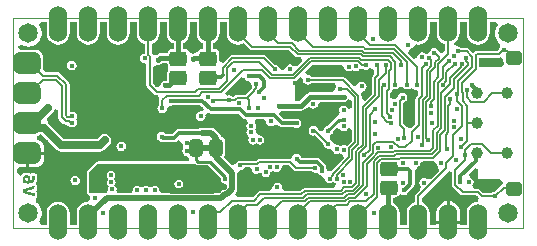
<source format=gbl>
G04*
G04 #@! TF.GenerationSoftware,Altium Limited,Altium Designer,24.2.2 (26)*
G04*
G04 Layer_Physical_Order=4*
G04 Layer_Color=16711680*
%FSLAX44Y44*%
%MOMM*%
G71*
G04*
G04 #@! TF.SameCoordinates,84A61C28-107D-4167-A594-B99BE37EB826*
G04*
G04*
G04 #@! TF.FilePolarity,Positive*
G04*
G01*
G75*
%ADD10C,0.1500*%
%ADD11C,0.2500*%
%ADD12C,0.1000*%
G04:AMPARAMS|DCode=40|XSize=1.11mm|YSize=1.47mm|CornerRadius=0.2498mm|HoleSize=0mm|Usage=FLASHONLY|Rotation=180.000|XOffset=0mm|YOffset=0mm|HoleType=Round|Shape=RoundedRectangle|*
%AMROUNDEDRECTD40*
21,1,1.1100,0.9705,0,0,180.0*
21,1,0.6105,1.4700,0,0,180.0*
1,1,0.4995,-0.3053,0.4853*
1,1,0.4995,0.3053,0.4853*
1,1,0.4995,0.3053,-0.4853*
1,1,0.4995,-0.3053,-0.4853*
%
%ADD40ROUNDEDRECTD40*%
%ADD84C,0.1270*%
%ADD86C,0.3000*%
%ADD87C,0.2000*%
%ADD88C,0.4000*%
%ADD89C,0.2100*%
%ADD90C,0.5000*%
%ADD91O,1.5240X3.0480*%
%ADD92C,0.7000*%
%ADD93C,1.6510*%
%ADD94C,0.4000*%
%ADD97C,1.0000*%
G04:AMPARAMS|DCode=98|XSize=1mm|YSize=1mm|CornerRadius=0.5mm|HoleSize=0mm|Usage=FLASHONLY|Rotation=90.000|XOffset=0mm|YOffset=0mm|HoleType=Round|Shape=RoundedRectangle|*
%AMROUNDEDRECTD98*
21,1,1.0000,0.0000,0,0,90.0*
21,1,0.0000,1.0000,0,0,90.0*
1,1,1.0000,0.0000,0.0000*
1,1,1.0000,0.0000,0.0000*
1,1,1.0000,0.0000,0.0000*
1,1,1.0000,0.0000,0.0000*
%
%ADD98ROUNDEDRECTD98*%
G04:AMPARAMS|DCode=99|XSize=1.25mm|YSize=1.47mm|CornerRadius=0.2813mm|HoleSize=0mm|Usage=FLASHONLY|Rotation=270.000|XOffset=0mm|YOffset=0mm|HoleType=Round|Shape=RoundedRectangle|*
%AMROUNDEDRECTD99*
21,1,1.2500,0.9075,0,0,270.0*
21,1,0.6875,1.4700,0,0,270.0*
1,1,0.5625,-0.4537,-0.3438*
1,1,0.5625,-0.4537,0.3438*
1,1,0.5625,0.4537,0.3438*
1,1,0.5625,0.4537,-0.3438*
%
%ADD99ROUNDEDRECTD99*%
G04:AMPARAMS|DCode=100|XSize=2.3mm|YSize=1.8mm|CornerRadius=0.45mm|HoleSize=0mm|Usage=FLASHONLY|Rotation=0.000|XOffset=0mm|YOffset=0mm|HoleType=Round|Shape=RoundedRectangle|*
%AMROUNDEDRECTD100*
21,1,2.3000,0.9000,0,0,0.0*
21,1,1.4000,1.8000,0,0,0.0*
1,1,0.9000,0.7000,-0.4500*
1,1,0.9000,-0.7000,-0.4500*
1,1,0.9000,-0.7000,0.4500*
1,1,0.9000,0.7000,0.4500*
%
%ADD100ROUNDEDRECTD100*%
G04:AMPARAMS|DCode=101|XSize=1.4mm|YSize=1.2mm|CornerRadius=0.3mm|HoleSize=0mm|Usage=FLASHONLY|Rotation=0.000|XOffset=0mm|YOffset=0mm|HoleType=Round|Shape=RoundedRectangle|*
%AMROUNDEDRECTD101*
21,1,1.4000,0.6000,0,0,0.0*
21,1,0.8000,1.2000,0,0,0.0*
1,1,0.6000,0.4000,-0.3000*
1,1,0.6000,-0.4000,-0.3000*
1,1,0.6000,-0.4000,0.3000*
1,1,0.6000,0.4000,0.3000*
%
%ADD101ROUNDEDRECTD101*%
%ADD102C,0.7000*%
G36*
X409424Y173729D02*
X409931Y171741D01*
X409241Y170710D01*
X409126Y170431D01*
X408959Y170181D01*
X408336Y168678D01*
X408278Y168383D01*
X408162Y168105D01*
X407845Y166510D01*
Y166208D01*
X407786Y165913D01*
Y164287D01*
X407845Y163992D01*
Y163690D01*
X408162Y162095D01*
X408278Y161817D01*
X408336Y161521D01*
X408959Y160019D01*
X409126Y159769D01*
X409241Y159490D01*
X410145Y158138D01*
X410358Y157925D01*
X410525Y157675D01*
X411444Y156756D01*
X411758Y155941D01*
X412108Y153495D01*
X411341Y152347D01*
X411147Y151374D01*
X409643Y149869D01*
X392278D01*
X391205Y149656D01*
X390295Y149048D01*
X389570Y148323D01*
X385957Y151936D01*
X385047Y152544D01*
X383974Y152757D01*
X378973D01*
X378920Y152837D01*
X377597Y153721D01*
X376036Y154032D01*
X373883Y155339D01*
X373323Y155969D01*
X373161Y156286D01*
X373229Y156872D01*
X375011Y158239D01*
X376553Y160249D01*
X377522Y162589D01*
X377853Y165100D01*
Y174741D01*
X383847D01*
Y165100D01*
X384178Y162589D01*
X385147Y160249D01*
X386689Y158239D01*
X388699Y156697D01*
X391039Y155728D01*
X393550Y155397D01*
X396061Y155728D01*
X398401Y156697D01*
X400411Y158239D01*
X401953Y160249D01*
X402922Y162589D01*
X403253Y165100D01*
Y174741D01*
X408498D01*
X409424Y173729D01*
D02*
G37*
G36*
X358447Y165100D02*
X358778Y162589D01*
X359747Y160249D01*
X361289Y158239D01*
X363298Y156697D01*
X365346Y155849D01*
Y150566D01*
X362848Y148386D01*
X360054Y149315D01*
X359938Y149897D01*
X359054Y151220D01*
X357731Y152104D01*
X356170Y152414D01*
X354609Y152104D01*
X353286Y151220D01*
X352402Y149897D01*
X352092Y148336D01*
X352127Y148157D01*
X350576Y147849D01*
X349444Y147092D01*
X349096Y147611D01*
X347773Y148496D01*
X346213Y148806D01*
X344652Y148496D01*
X343329Y147611D01*
X342445Y146288D01*
X342134Y144728D01*
X342172Y144536D01*
X339408Y143058D01*
X334267Y148198D01*
X334291Y148567D01*
X335449Y151259D01*
X336017Y151372D01*
X337340Y152256D01*
X338224Y153579D01*
X339872Y155337D01*
X341446Y155569D01*
X342750Y155397D01*
X345261Y155728D01*
X347602Y156697D01*
X349611Y158239D01*
X351153Y160249D01*
X352122Y162589D01*
X352453Y165100D01*
Y174741D01*
X358447D01*
Y165100D01*
D02*
G37*
G36*
X104447D02*
X104778Y162589D01*
X105747Y160249D01*
X107289Y158239D01*
X109298Y156697D01*
X111346Y155849D01*
Y147892D01*
X111142Y147724D01*
X109581Y147414D01*
X108258Y146530D01*
X107374Y145207D01*
X107063Y143646D01*
X107374Y142085D01*
X108258Y140762D01*
X109581Y139878D01*
X111142Y139568D01*
X112588Y138381D01*
Y121352D01*
X112801Y120279D01*
X113409Y119370D01*
X119229Y113550D01*
X120139Y112942D01*
X121212Y112729D01*
X122539D01*
X123580Y109728D01*
X123410Y109473D01*
X123196Y108400D01*
Y104337D01*
X123116Y104284D01*
X122232Y102961D01*
X121922Y101400D01*
X122232Y99839D01*
X123116Y98516D01*
X124439Y97632D01*
X126000Y97322D01*
X127561Y97632D01*
X128884Y98516D01*
X129768Y99839D01*
X130078Y101400D01*
X130029Y101649D01*
X130590Y102485D01*
X132407Y104000D01*
X133260Y103830D01*
X134820Y104141D01*
X135119Y104340D01*
X158156D01*
X161220Y101276D01*
X159469Y98785D01*
X158608Y98956D01*
X157047Y98645D01*
X155724Y97761D01*
X154840Y96438D01*
X154529Y94878D01*
X154840Y93317D01*
X155724Y91994D01*
X157047Y91110D01*
X158608Y90799D01*
X160168Y91110D01*
X161492Y91994D01*
X162376Y93317D01*
X162686Y94878D01*
X162498Y95822D01*
X163340Y96730D01*
X164091Y97273D01*
X164952Y97692D01*
X165664Y97216D01*
X167030Y96945D01*
X190664D01*
X194232Y93377D01*
X195389Y92603D01*
X196755Y92331D01*
X197303D01*
X198135Y90515D01*
X198410Y89331D01*
X197685Y88246D01*
X197374Y86685D01*
X197685Y85125D01*
X198465Y83957D01*
X198346Y83877D01*
X197462Y82554D01*
X197151Y80993D01*
X197462Y79432D01*
X198346Y78109D01*
X199669Y77225D01*
X199721Y77099D01*
X199160Y76260D01*
X198850Y74699D01*
X199160Y73138D01*
X200044Y71815D01*
X201367Y70931D01*
X202928Y70621D01*
X204489Y70931D01*
X205656Y71711D01*
X206895Y70883D01*
X208456Y70573D01*
X210016Y70883D01*
X211340Y71767D01*
X212224Y73090D01*
X212534Y74651D01*
X212224Y76212D01*
X211340Y77535D01*
X210016Y78419D01*
X208456Y78729D01*
X207771Y78593D01*
X205726Y80251D01*
X205295Y80927D01*
X205308Y80993D01*
X204998Y82554D01*
X204217Y83722D01*
X204337Y83802D01*
X205221Y85125D01*
X205531Y86685D01*
X205221Y88246D01*
X204496Y89331D01*
X204770Y90515D01*
X205602Y92331D01*
X211254D01*
X213933Y90424D01*
X214244Y88864D01*
X215128Y87541D01*
X216451Y86656D01*
X218011Y86346D01*
X219572Y86656D01*
X220895Y87541D01*
X224303Y87344D01*
X225313Y86334D01*
X226471Y85560D01*
X227837Y85288D01*
X237938D01*
X238236Y85089D01*
X239797Y84779D01*
X241357Y85089D01*
X242680Y85973D01*
X243564Y87296D01*
X243875Y88857D01*
X243564Y90418D01*
X242680Y91741D01*
X241357Y92625D01*
X239797Y92935D01*
X238236Y92625D01*
X237938Y92426D01*
X229315D01*
X225256Y96485D01*
X226498Y99485D01*
X243793D01*
X243793Y99485D01*
X245354Y99796D01*
X246677Y100680D01*
X247784Y101787D01*
X251066Y102275D01*
X252389Y101391D01*
X253950Y101080D01*
X255511Y101391D01*
X256834Y102275D01*
X257718Y103598D01*
X258028Y105159D01*
X260765Y106780D01*
X279357D01*
X279357Y106780D01*
X280918Y107090D01*
X282241Y107974D01*
X282783Y108516D01*
X282783Y108516D01*
X283182Y109114D01*
X283613Y109229D01*
X286613Y107365D01*
Y101434D01*
X283613Y101138D01*
X283580Y101305D01*
X282696Y102628D01*
X281373Y103512D01*
X279812Y103822D01*
X278252Y103512D01*
X276929Y102628D01*
X276045Y101305D01*
X275734Y99744D01*
X276045Y98183D01*
X276216Y97927D01*
X275959Y96647D01*
X275051Y94882D01*
X274972Y94799D01*
X274345Y94674D01*
X273270Y93956D01*
X265652Y86339D01*
X265089Y86227D01*
X263766Y85343D01*
X262882Y84019D01*
X262742Y83314D01*
X260358Y82208D01*
X259681Y82132D01*
X257566Y84246D01*
X256834Y85343D01*
X255511Y86227D01*
X253950Y86537D01*
X252389Y86227D01*
X251066Y85343D01*
X250182Y84019D01*
X249872Y82459D01*
X250182Y80898D01*
X251066Y79575D01*
X252389Y78691D01*
X253950Y78380D01*
X255244Y78638D01*
X262533Y71349D01*
X262514Y71255D01*
X262825Y69694D01*
X263709Y68371D01*
X265032Y67487D01*
X266593Y67176D01*
X266999Y67257D01*
X268596Y67010D01*
X270222Y65261D01*
X270225Y65245D01*
X271109Y63922D01*
X272432Y63038D01*
X273993Y62728D01*
X275554Y63038D01*
X275959Y63309D01*
X278849Y61975D01*
X279817Y59293D01*
X268742Y48218D01*
X268309Y48217D01*
X265422Y48525D01*
X265112Y50086D01*
X264721Y50671D01*
Y51971D01*
X264449Y53336D01*
X263676Y54494D01*
X259717Y58453D01*
X258559Y59226D01*
X257194Y59498D01*
X244239D01*
X243943Y59794D01*
X243806Y60484D01*
X242922Y61807D01*
X241599Y62691D01*
X240038Y63001D01*
X238477Y62691D01*
X237154Y61807D01*
X236270Y60484D01*
X234335Y58821D01*
X233098Y58743D01*
X208139D01*
X207066Y58529D01*
X206157Y57921D01*
X205400Y57165D01*
X194133D01*
X193060Y56951D01*
X193056Y56949D01*
X192146Y57130D01*
X190586Y56819D01*
X189263Y55935D01*
X188379Y54612D01*
X188335Y54396D01*
X185194Y53295D01*
X178151Y60338D01*
X178989Y61593D01*
X179338Y63348D01*
Y73053D01*
X178989Y74807D01*
X177995Y76295D01*
X176507Y77289D01*
X176054Y77379D01*
X175939Y77957D01*
X174944Y79445D01*
X170551Y83839D01*
X169062Y84833D01*
X167307Y85182D01*
X159371D01*
X157615Y84833D01*
X156612Y84163D01*
X140516D01*
X139150Y83891D01*
X137993Y83118D01*
X134694Y79819D01*
X128594D01*
X128384Y80134D01*
X127061Y81018D01*
X125500Y81328D01*
X123939Y81018D01*
X122616Y80134D01*
X121732Y78811D01*
X121422Y77250D01*
X121732Y75689D01*
X122616Y74366D01*
X123939Y73482D01*
X124899Y73291D01*
X125405Y72953D01*
X126771Y72681D01*
X136172D01*
X137537Y72953D01*
X138695Y73727D01*
X139827Y74858D01*
X140635Y74713D01*
X143022Y72200D01*
X143332Y70639D01*
X144003Y68700D01*
X143332Y66761D01*
X143022Y65200D01*
X143332Y63639D01*
X144216Y62316D01*
X145539Y61432D01*
X147100Y61122D01*
X147164Y61134D01*
X148999Y59391D01*
X148735Y57513D01*
X148415Y56439D01*
X71426D01*
X71426Y56439D01*
X70646Y56283D01*
X69984Y55841D01*
X62900Y48757D01*
X62458Y48095D01*
X62302Y47315D01*
Y30145D01*
X62458Y29365D01*
X62900Y28703D01*
X63561Y28261D01*
X64429Y27685D01*
X64857Y25635D01*
X64936Y25240D01*
X64289Y23963D01*
X63282Y22697D01*
X62743Y22303D01*
X60989Y22072D01*
X58649Y21103D01*
X56639Y19561D01*
X55097Y17551D01*
X54128Y15211D01*
X53797Y12700D01*
Y3059D01*
X47803D01*
Y12700D01*
X47472Y15211D01*
X46503Y17551D01*
X44961Y19561D01*
X42951Y21103D01*
X40611Y22072D01*
X38100Y22403D01*
X35589Y22072D01*
X33249Y21103D01*
X31239Y19561D01*
X29697Y17551D01*
X28728Y15211D01*
X28397Y12700D01*
Y3059D01*
X23301D01*
X22376Y4071D01*
X21869Y6059D01*
X22559Y7090D01*
X22674Y7369D01*
X22841Y7619D01*
X23464Y9122D01*
X23523Y9417D01*
X23638Y9695D01*
X23955Y11290D01*
Y11592D01*
X24014Y11887D01*
Y13513D01*
X23955Y13808D01*
Y14110D01*
X23638Y15705D01*
X23523Y15983D01*
X23464Y16278D01*
X22841Y17781D01*
X22674Y18031D01*
X22559Y18310D01*
X21655Y19662D01*
X21442Y19875D01*
X21275Y20125D01*
X20125Y21275D01*
X19875Y21442D01*
X19662Y21655D01*
X19118Y22019D01*
X18873Y23538D01*
X18982Y24543D01*
X19274Y25406D01*
X19301Y25424D01*
X19345Y25468D01*
X19348Y25472D01*
X19352Y25475D01*
X19352D01*
X19459Y25637D01*
X19554Y25731D01*
X19554D01*
X19607Y25860D01*
X19787Y26130D01*
X19787Y26130D01*
X19788Y26135D01*
X19791Y26138D01*
X19791Y26138D01*
X19851Y26447D01*
X19859Y26466D01*
X19859Y26466D01*
X19859Y26489D01*
X19865Y26522D01*
X19865Y26522D01*
X19878Y26583D01*
X19943Y26910D01*
X19943Y26910D01*
X19942Y26915D01*
X19943Y26919D01*
X19943Y26919D01*
X19942Y27167D01*
X19932Y29444D01*
X19867Y29760D01*
X19827Y30080D01*
X19805Y30146D01*
X19780Y30190D01*
X19773Y30224D01*
X19483Y31237D01*
X19625Y32299D01*
X19670Y32427D01*
X19747Y32539D01*
X19801Y32799D01*
X19801Y32799D01*
X19889Y33049D01*
X19882Y33185D01*
X19909Y33318D01*
X19931Y35553D01*
X19949Y35618D01*
X19949Y35618D01*
X19921Y35840D01*
X19931Y36063D01*
X19899Y36154D01*
X19871Y36233D01*
X19849Y36408D01*
X19816Y36507D01*
X19708Y36696D01*
X19636Y36901D01*
X19457Y37137D01*
X19422Y37198D01*
X19408Y38748D01*
X19754Y40186D01*
X19819Y40509D01*
X19844Y40544D01*
X19917Y40847D01*
X20015Y41143D01*
X20009Y41232D01*
X20029Y41318D01*
X20039Y41566D01*
X20048Y41613D01*
X20130Y41979D01*
X20152Y42972D01*
X20148Y42994D01*
X20152Y43017D01*
Y43039D01*
X20148Y43060D01*
X20152Y43082D01*
X20141Y43600D01*
X20075Y43899D01*
X20049Y44101D01*
X20041Y44361D01*
X20032Y44400D01*
X20037Y44440D01*
X20037Y44440D01*
X19942Y44787D01*
X19861Y45136D01*
X19837Y45169D01*
X19827Y45208D01*
X19618Y45477D01*
X19596Y45525D01*
X19541Y45602D01*
X19499Y45642D01*
X19397Y45783D01*
X19365Y45803D01*
X19340Y45842D01*
X19139Y45980D01*
X18961Y46147D01*
X18814Y46203D01*
X18684Y46292D01*
X18445Y46342D01*
X18217Y46428D01*
X18217Y46428D01*
X18059Y46424D01*
X17905Y46456D01*
X16009Y46478D01*
X15826Y46444D01*
X15824Y46444D01*
X15809Y46441D01*
X15676Y46416D01*
X15340Y46374D01*
X15241Y46340D01*
X15151Y46289D01*
X15049Y46265D01*
X14807Y46093D01*
X14550Y45946D01*
X14407Y46028D01*
X14386Y46048D01*
X14346Y46063D01*
X14198Y46147D01*
X14141Y46169D01*
X14115Y46182D01*
X14087Y46202D01*
X14076Y46204D01*
X13978Y46257D01*
X13831Y46313D01*
X13819Y46319D01*
X13449Y46486D01*
X13356Y46539D01*
X13322Y46543D01*
X13094Y46646D01*
X13094Y46646D01*
X13094Y46646D01*
X12942Y46651D01*
X12821Y46675D01*
X12801Y46680D01*
X12709Y46742D01*
X12699Y46744D01*
X12691Y46749D01*
X12308Y46821D01*
X11928Y46897D01*
X11919Y46895D01*
X11910Y46897D01*
X10708Y46886D01*
X10397Y46821D01*
X10082Y46781D01*
X10043Y46759D01*
X9830Y46706D01*
X9553Y46671D01*
X9495Y46638D01*
X9223Y46612D01*
X9132Y46563D01*
X9031Y46543D01*
X8784Y46378D01*
X8541Y46293D01*
X8523Y46277D01*
X8501Y46268D01*
X8467Y46237D01*
X8425Y46213D01*
X8281Y46158D01*
X8256Y46135D01*
X8225Y46122D01*
X8193Y46090D01*
X8005Y46012D01*
X7914Y45922D01*
X7803Y45858D01*
X7741Y45778D01*
X7727Y45768D01*
X7693Y45748D01*
X7679Y45730D01*
X7656Y45713D01*
X7495Y45637D01*
X7399Y45530D01*
X7375Y45519D01*
X7303Y45438D01*
X7301Y45437D01*
X7256Y45407D01*
X7235Y45385D01*
X7169Y45334D01*
X7143Y45290D01*
X7059Y45224D01*
X6967Y45064D01*
X6844Y44927D01*
X6808Y44825D01*
X6792Y44795D01*
X6549Y44537D01*
X6541Y44515D01*
X6525Y44497D01*
X6443Y44264D01*
X6418Y44205D01*
X6387Y44174D01*
X6309Y43987D01*
X6197Y43819D01*
X6059Y43815D01*
X3059Y46453D01*
Y50295D01*
X4888Y51899D01*
X10618D01*
Y63500D01*
X11888D01*
Y64770D01*
X25989D01*
Y68000D01*
X25747Y69838D01*
X25038Y71550D01*
X23909Y73021D01*
X22439Y74149D01*
X20726Y74859D01*
X19962Y74959D01*
X19962Y77985D01*
X20585Y78067D01*
X22166Y78722D01*
X22936Y79313D01*
X23419D01*
X36569Y66163D01*
X38389Y64947D01*
X40535Y64520D01*
X73161D01*
X75307Y64947D01*
X77127Y66163D01*
X81227Y70263D01*
X82443Y72083D01*
X82870Y74229D01*
Y74379D01*
X82443Y76525D01*
X81227Y78345D01*
X79408Y79560D01*
X77262Y79987D01*
X75116Y79560D01*
X73297Y78345D01*
X72993Y77890D01*
X70839Y75736D01*
X42857D01*
X29707Y88886D01*
X29294Y89162D01*
X28684Y92651D01*
X28749Y92860D01*
X33349Y97460D01*
X34565Y99279D01*
X34836Y100643D01*
X37836Y100347D01*
Y94039D01*
X38073Y92849D01*
X38747Y91840D01*
X42086Y88501D01*
X43095Y87826D01*
X44285Y87590D01*
X45528D01*
X45553Y87565D01*
X46562Y86890D01*
X46796Y86844D01*
X47015Y86516D01*
X48338Y85632D01*
X49899Y85322D01*
X51460Y85632D01*
X52783Y86516D01*
X53667Y87839D01*
X53977Y89400D01*
X53667Y90961D01*
X52872Y92150D01*
X53667Y93339D01*
X53977Y94900D01*
X53667Y96461D01*
X52783Y97784D01*
X51460Y98668D01*
X49899Y98978D01*
X47655Y101545D01*
Y121840D01*
X47419Y123030D01*
X46744Y124039D01*
X39423Y131361D01*
X38414Y132035D01*
X37224Y132272D01*
X27958D01*
X27561Y132450D01*
X25419Y135010D01*
X25444Y135200D01*
Y144200D01*
X25221Y145897D01*
X24566Y147478D01*
X23524Y148836D01*
X22166Y149878D01*
X20585Y150533D01*
X18888Y150756D01*
X5607D01*
X3907Y153349D01*
X4122Y153841D01*
X6057Y154754D01*
X7619Y154959D01*
X9122Y154336D01*
X9417Y154277D01*
X9695Y154162D01*
X11290Y153845D01*
X11592D01*
X11887Y153786D01*
X13513D01*
X13808Y153845D01*
X14110D01*
X15705Y154162D01*
X15983Y154277D01*
X16278Y154336D01*
X17781Y154959D01*
X18031Y155126D01*
X18310Y155241D01*
X19662Y156145D01*
X19875Y156358D01*
X20125Y156525D01*
X21275Y157675D01*
X21442Y157925D01*
X21655Y158138D01*
X22559Y159490D01*
X22674Y159769D01*
X22841Y160019D01*
X23464Y161521D01*
X23523Y161817D01*
X23638Y162095D01*
X23955Y163690D01*
Y163992D01*
X24014Y164287D01*
Y165913D01*
X23955Y166208D01*
Y166510D01*
X23638Y168105D01*
X23523Y168383D01*
X23464Y168678D01*
X22841Y170181D01*
X22674Y170431D01*
X22559Y170710D01*
X21869Y171741D01*
X22376Y173729D01*
X23301Y174741D01*
X28397D01*
Y165100D01*
X28728Y162589D01*
X29697Y160249D01*
X31239Y158239D01*
X33249Y156697D01*
X35589Y155728D01*
X38100Y155397D01*
X40611Y155728D01*
X42951Y156697D01*
X44961Y158239D01*
X46503Y160249D01*
X47472Y162589D01*
X47803Y165100D01*
Y174741D01*
X53797D01*
Y165100D01*
X54128Y162589D01*
X55097Y160249D01*
X56639Y158239D01*
X58649Y156697D01*
X60989Y155728D01*
X63500Y155397D01*
X66011Y155728D01*
X68351Y156697D01*
X70361Y158239D01*
X71903Y160249D01*
X72872Y162589D01*
X73203Y165100D01*
Y174741D01*
X79047D01*
Y165100D01*
X79378Y162589D01*
X80347Y160249D01*
X81889Y158239D01*
X83898Y156697D01*
X86239Y155728D01*
X88750Y155397D01*
X91261Y155728D01*
X93602Y156697D01*
X95611Y158239D01*
X97153Y160249D01*
X98122Y162589D01*
X98453Y165100D01*
Y174741D01*
X104447D01*
Y165100D01*
D02*
G37*
G36*
X155247D02*
X155578Y162589D01*
X156547Y160249D01*
X158089Y158239D01*
X160098Y156697D01*
X160897Y156366D01*
Y151893D01*
X160463D01*
X158586Y151520D01*
X156994Y150456D01*
X155930Y148864D01*
X153330Y148077D01*
X152086Y147830D01*
X151740Y147778D01*
X148873Y148845D01*
X148641Y149135D01*
X147758Y150456D01*
X146166Y151520D01*
X144288Y151893D01*
X143729D01*
Y156418D01*
X144402Y156697D01*
X146411Y158239D01*
X147953Y160249D01*
X148922Y162589D01*
X149253Y165100D01*
Y174741D01*
X155247D01*
Y165100D01*
D02*
G37*
G36*
X129847D02*
X130178Y162589D01*
X131147Y160249D01*
X132689Y158239D01*
X134698Y156697D01*
X135572Y156335D01*
Y151893D01*
X135213D01*
X133336Y151520D01*
X131744Y150456D01*
X130680Y148864D01*
X130524Y148078D01*
X124097D01*
X122537Y147768D01*
X121214Y146884D01*
X121214Y146884D01*
X121002Y146673D01*
X120230Y146623D01*
X117415Y147328D01*
X117374Y147389D01*
X116954Y147809D01*
Y155849D01*
X119002Y156697D01*
X121011Y158239D01*
X122553Y160249D01*
X123522Y162589D01*
X123853Y165100D01*
Y174741D01*
X129847D01*
Y165100D01*
D02*
G37*
G36*
X130680Y138234D02*
X130751Y138128D01*
Y132870D01*
X130680Y132764D01*
X130307Y130887D01*
Y125294D01*
X129976Y124964D01*
X128560D01*
X126999Y124653D01*
X125676Y123769D01*
X124791Y122446D01*
X124481Y120885D01*
X124156Y120492D01*
X120652Y120057D01*
X118195Y122514D01*
Y136111D01*
X119448Y137243D01*
X119671Y137396D01*
X121195Y138046D01*
X122051Y137875D01*
X123612Y138186D01*
X124935Y139070D01*
X125787Y139922D01*
X130344D01*
X130680Y138234D01*
D02*
G37*
G36*
X180647Y165100D02*
X180978Y162589D01*
X181947Y160249D01*
X183489Y158239D01*
X185499Y156697D01*
X187839Y155728D01*
X190350Y155397D01*
X192861Y155728D01*
X194909Y156576D01*
X200033Y151452D01*
X200942Y150844D01*
X202015Y150631D01*
X233453D01*
X238747Y145337D01*
X239656Y144729D01*
X240729Y144516D01*
X243442D01*
X244590Y141744D01*
X240533Y137688D01*
X237139Y137422D01*
X235816Y138306D01*
X234255Y138617D01*
X232694Y138306D01*
X231371Y137422D01*
X230487Y136099D01*
X230258Y134947D01*
X227826Y133707D01*
X225567Y134805D01*
X225336Y135964D01*
X224452Y137287D01*
X223129Y138171D01*
X221568Y138481D01*
X221474Y138462D01*
X214301Y145635D01*
X213391Y146243D01*
X212318Y146457D01*
X185036D01*
X183963Y146243D01*
X183053Y145635D01*
X177385Y139967D01*
X174445Y141270D01*
Y146987D01*
X174072Y148864D01*
X173008Y150456D01*
X171416Y151520D01*
X169538Y151893D01*
X169054D01*
Y156387D01*
X169802Y156697D01*
X171811Y158239D01*
X173353Y160249D01*
X174322Y162589D01*
X174653Y165100D01*
Y174741D01*
X180647D01*
Y165100D01*
D02*
G37*
G36*
X414380Y143520D02*
X414929Y142982D01*
Y141435D01*
X415317Y139485D01*
X415421Y139328D01*
X413817Y136328D01*
X394203D01*
Y144262D01*
X410805D01*
X411878Y144475D01*
X411929Y144509D01*
X414380Y143520D01*
D02*
G37*
G36*
X330185Y119280D02*
X330635Y118607D01*
X331958Y117723D01*
X333519Y117412D01*
X335079Y117723D01*
X335530Y118024D01*
X336568Y118566D01*
X338885Y117992D01*
X340208Y117107D01*
X341769Y116797D01*
X342749Y115992D01*
X342857Y112781D01*
X341217Y111140D01*
X340634Y110269D01*
X340430Y109240D01*
Y93146D01*
X340406Y93026D01*
Y88253D01*
X336761Y84607D01*
X335504Y84739D01*
X333320Y85409D01*
X333029Y85845D01*
X329994Y88879D01*
Y106362D01*
X331079Y106578D01*
X332402Y107462D01*
X333287Y108785D01*
X333597Y110346D01*
X333287Y111906D01*
X332402Y113229D01*
X331079Y114114D01*
X329519Y114424D01*
X327958Y114114D01*
X326635Y113229D01*
X325751Y111906D01*
X325686Y111581D01*
X324993Y110170D01*
X322762Y109298D01*
X321949Y109136D01*
X319801Y110306D01*
X318949Y111045D01*
Y114634D01*
X320241Y115926D01*
X320849Y116835D01*
X321958Y117723D01*
X323519Y117412D01*
X325079Y117723D01*
X326403Y118607D01*
X326852Y119280D01*
X327891Y119513D01*
X329146D01*
X330185Y119280D01*
D02*
G37*
G36*
X195644Y126885D02*
X195686Y126825D01*
X196530Y125562D01*
X197853Y124678D01*
X199022Y124445D01*
X199466Y124306D01*
X201372Y122050D01*
X201682Y120489D01*
X202264Y119618D01*
X201625Y118980D01*
X201017Y118070D01*
X200864Y117297D01*
X196467Y112900D01*
X189306D01*
X188233Y112687D01*
X185671Y111298D01*
X184348Y112182D01*
X182787Y112492D01*
X181227Y112182D01*
X180673Y111812D01*
X178761Y114142D01*
X185962Y121343D01*
X192407Y127789D01*
X195644Y126885D01*
D02*
G37*
G36*
X279792Y136780D02*
X280103Y135219D01*
X280987Y133896D01*
X282310Y133012D01*
X283871Y132701D01*
X285431Y133012D01*
X286755Y133896D01*
X288302Y133170D01*
X289862Y132859D01*
X291423Y133170D01*
X292746Y134054D01*
X292924Y134320D01*
X295056Y134989D01*
X296451Y134610D01*
X296942Y134282D01*
X298503Y133972D01*
X300064Y134282D01*
X301387Y135166D01*
X304355Y134715D01*
X305557Y133572D01*
X305582Y130436D01*
X304316Y129170D01*
X303734Y128298D01*
X303529Y127270D01*
Y113867D01*
X297528Y107866D01*
X294757Y109015D01*
Y112185D01*
X294592Y113014D01*
X294648Y113414D01*
X295809Y115848D01*
X296117Y116144D01*
X296561Y116232D01*
X297884Y117116D01*
X298768Y118439D01*
X299078Y120000D01*
X298768Y121561D01*
X297884Y122884D01*
X296561Y123768D01*
X295000Y124078D01*
X293439Y123768D01*
X292116Y122884D01*
X291232Y121561D01*
X291150Y121147D01*
X288151Y119966D01*
X288089Y119966D01*
X280655Y127400D01*
X279783Y127982D01*
X278755Y128187D01*
X252316D01*
X252184Y128384D01*
X250861Y129268D01*
X249300Y129578D01*
X248725Y129464D01*
X247247Y132229D01*
X253402Y138384D01*
X277053D01*
X279792Y136780D01*
D02*
G37*
G36*
X245336Y126075D02*
X245222Y125500D01*
X245532Y123939D01*
X246416Y122616D01*
X247739Y121732D01*
X249300Y121422D01*
X250861Y121732D01*
X252184Y122616D01*
X252316Y122813D01*
X271894D01*
X272117Y122561D01*
X273223Y119813D01*
X272910Y119345D01*
X272600Y117784D01*
X270436Y114937D01*
X251088D01*
X249527Y114626D01*
X248204Y113742D01*
X242104Y107642D01*
X238037D01*
Y124120D01*
X239034Y124318D01*
X239944Y124926D01*
X242571Y127553D01*
X245336Y126075D01*
D02*
G37*
G36*
X286613Y83419D02*
Y74075D01*
X282410Y69872D01*
X282203Y69562D01*
X281548Y69999D01*
X279987Y70310D01*
X278427Y69999D01*
X277212Y69188D01*
X276877Y69690D01*
X275554Y70574D01*
X273993Y70884D01*
X273587Y70803D01*
X271989Y71051D01*
X270364Y72800D01*
X270361Y72815D01*
X269477Y74138D01*
X268153Y75023D01*
X268005Y75625D01*
X268211Y78691D01*
X269534Y79575D01*
X270418Y80898D01*
X270625Y81939D01*
X273180Y84494D01*
X273894Y84564D01*
X276795Y83867D01*
X277065Y83462D01*
X278388Y82578D01*
X279949Y82268D01*
X281510Y82578D01*
X282833Y83462D01*
X283613Y84630D01*
X283836Y84668D01*
X286613Y83419D01*
D02*
G37*
G36*
X166300Y65660D02*
X160100D01*
Y70740D01*
X166300D01*
Y65660D01*
D02*
G37*
G36*
X237417Y48801D02*
X238326Y48193D01*
X239399Y47979D01*
X252330D01*
X253577Y47146D01*
X255138Y46836D01*
X257576Y46965D01*
X258460Y45641D01*
X259783Y44757D01*
X261285Y44459D01*
X261331Y44441D01*
X263251Y42350D01*
X263644Y41918D01*
X263640Y41899D01*
X263950Y40338D01*
X264834Y39015D01*
X266158Y38131D01*
X267718Y37820D01*
X269279Y38131D01*
X270692Y38957D01*
X272040Y38087D01*
X272927Y37911D01*
X273384Y37257D01*
X271820Y34261D01*
X271812Y34257D01*
X246770D01*
X245742Y34052D01*
X244870Y33470D01*
X242670Y31270D01*
X229634D01*
X229169Y31576D01*
X227405Y34270D01*
X227446Y34476D01*
X227135Y36036D01*
X226251Y37359D01*
X224928Y38244D01*
X223367Y38554D01*
X221807Y38244D01*
X220483Y37359D01*
X219599Y36036D01*
X219289Y34476D01*
X219330Y34270D01*
X217566Y31576D01*
X217101Y31270D01*
X209085D01*
X208057Y31065D01*
X207185Y30483D01*
X202694Y25991D01*
X188943D01*
X187700Y28991D01*
X188349Y29641D01*
X189344Y31129D01*
X189693Y32885D01*
Y46546D01*
X190564Y47632D01*
X192085Y48920D01*
X192331Y49010D01*
X193707Y49283D01*
X195030Y50167D01*
X195914Y51491D01*
X195928Y51557D01*
X200618D01*
X201896Y50000D01*
X202206Y48439D01*
X203090Y47116D01*
X204413Y46232D01*
X205974Y45922D01*
X207535Y46232D01*
X209790Y45853D01*
X210504Y44883D01*
X210749Y44517D01*
X212072Y43633D01*
X213633Y43322D01*
X215194Y43633D01*
X216517Y44517D01*
X217401Y45840D01*
X217685Y47267D01*
X218704Y47883D01*
X218748Y47891D01*
X219026Y48078D01*
X220128Y48743D01*
X221588Y47921D01*
X223149Y47610D01*
X224710Y47921D01*
X226033Y48805D01*
X226917Y50128D01*
X227227Y51689D01*
X228414Y53135D01*
X233082D01*
X237417Y48801D01*
D02*
G37*
G36*
X11961Y44825D02*
X11983Y44781D01*
X12017Y44748D01*
X12369Y44726D01*
X12402Y44693D01*
X12413Y44660D01*
X12502Y44637D01*
X12634Y44660D01*
X12711Y44604D01*
X12733Y44560D01*
X12898Y44527D01*
X12954Y44450D01*
X13119Y44417D01*
X13174Y44340D01*
X13306Y44318D01*
X13880Y43744D01*
X13891Y43601D01*
X13968Y43568D01*
X14012Y43392D01*
X14078Y43348D01*
X14100Y43193D01*
X14133Y43160D01*
X14177Y43138D01*
X14199Y43050D01*
X14188Y42907D01*
X14221Y42852D01*
X14266Y42829D01*
X14298Y42796D01*
X14321Y42333D01*
X14398Y42278D01*
X14409Y41297D01*
X14376Y41264D01*
X14332Y41242D01*
X14298Y41209D01*
X14276Y40856D01*
X14188Y40790D01*
X14199Y40602D01*
X14166Y40525D01*
X14078Y40459D01*
X14100Y40327D01*
X14276Y40305D01*
X14332Y40294D01*
X14409Y40349D01*
X14431Y40393D01*
X14530Y40426D01*
X14618Y40404D01*
X14684Y40426D01*
X14740Y40481D01*
X14750Y40514D01*
X14905Y40536D01*
X14938Y40569D01*
X14960Y40613D01*
X15125Y40647D01*
X15180Y40724D01*
X15247Y40768D01*
X15269Y40812D01*
X15302Y40845D01*
X15456Y40867D01*
X15511Y40944D01*
X15577Y40988D01*
X15599Y41143D01*
X15666Y41187D01*
X15688Y41231D01*
X15721Y41264D01*
X15765Y41286D01*
X15798Y41451D01*
X15875Y41507D01*
X15908Y41672D01*
X15985Y41727D01*
X16007Y42080D01*
X16106Y42157D01*
X16085Y43568D01*
X16007Y43623D01*
X15985Y43976D01*
X15941Y44020D01*
X15897Y44042D01*
X15886Y44406D01*
X15985Y44439D01*
X17881Y44417D01*
X17937Y44340D01*
X17970Y44307D01*
X18003Y44296D01*
X18025Y43612D01*
X18058Y43579D01*
X18102Y43557D01*
X18113Y43039D01*
Y43017D01*
X18091Y42025D01*
X18058Y41992D01*
X18014Y41969D01*
X17992Y41396D01*
X17892Y41319D01*
X17870Y40966D01*
X17837Y40933D01*
X17804Y40922D01*
X17760Y40746D01*
X17694Y40702D01*
X17672Y40613D01*
X17694Y40525D01*
X17672Y40437D01*
X17595Y40382D01*
X17562Y40217D01*
X17485Y40161D01*
X17363Y40040D01*
X17352Y39897D01*
X17275Y39864D01*
X17231Y39688D01*
X17198Y39654D01*
X17165Y39643D01*
X17143Y39599D01*
X17110Y39566D01*
X17066Y39544D01*
X16999Y39456D01*
X16955Y39434D01*
X16900Y39357D01*
X16856Y39335D01*
X16834Y39291D01*
X16779Y39235D01*
X16746Y39225D01*
X16724Y39180D01*
X16669Y39125D01*
X16636Y39114D01*
X16614Y39070D01*
X16581Y39037D01*
X16537Y39015D01*
X16470Y38927D01*
X16426Y38905D01*
X16360Y38817D01*
X16217Y38806D01*
X16195Y38761D01*
X16051Y38618D01*
X15919Y38596D01*
X15776Y38453D01*
X15754Y38409D01*
X15588Y38376D01*
X15555Y38342D01*
X15533Y38298D01*
X15412Y38287D01*
X15346Y38310D01*
X15247Y38254D01*
X15225Y38210D01*
X15092Y38188D01*
X15048Y38166D01*
X15026Y38122D01*
X14993Y38089D01*
X14640Y38067D01*
X14607Y38034D01*
X14585Y37990D01*
X14232Y37968D01*
X14188Y37924D01*
X14177Y37891D01*
X14089Y37868D01*
X13472Y37846D01*
X13439Y37813D01*
X13428Y37780D01*
X13339Y37758D01*
X11575Y37780D01*
X11542Y37813D01*
X11520Y37857D01*
X10727Y37880D01*
X10649Y37979D01*
X10297Y38001D01*
X10242Y38078D01*
X9977Y38100D01*
X9955Y38144D01*
X9900Y38199D01*
X9712Y38188D01*
X9646Y38232D01*
X9624Y38276D01*
X9459Y38310D01*
X9426Y38342D01*
X9404Y38387D01*
X9238Y38420D01*
X9172Y38508D01*
X9029Y38519D01*
X9007Y38563D01*
X8312Y39258D01*
X8279Y39269D01*
X8235Y39445D01*
X8169Y39489D01*
X8147Y39643D01*
X8114Y39676D01*
X8070Y39699D01*
X8037Y39864D01*
X7959Y39919D01*
X7937Y40161D01*
X7893Y40206D01*
X7860Y40217D01*
X7838Y40305D01*
X7816Y40812D01*
X7783Y40845D01*
X7750Y40856D01*
X7728Y40944D01*
X7750Y41650D01*
X7783Y41683D01*
X7827Y41705D01*
X7860Y42400D01*
X7893Y42433D01*
X7937Y42455D01*
X7959Y42807D01*
X8004Y42852D01*
X8048Y42874D01*
X8081Y43039D01*
X8114Y43072D01*
X8158Y43094D01*
X8191Y43259D01*
X8257Y43303D01*
X8279Y43458D01*
X8356Y43513D01*
X8389Y43546D01*
X8400Y43579D01*
X8445Y43601D01*
X8478Y43634D01*
X8500Y43678D01*
X8577Y43733D01*
X8599Y43888D01*
X8643Y43910D01*
X8698Y43965D01*
X8709Y43998D01*
X8886Y44042D01*
X8919Y44075D01*
X8930Y44108D01*
X8974Y44130D01*
X9007Y44163D01*
X9029Y44208D01*
X9117Y44274D01*
X9139Y44318D01*
X9305Y44351D01*
X9360Y44428D01*
X9525Y44461D01*
X9580Y44538D01*
X9735Y44560D01*
X9757Y44604D01*
X9812Y44660D01*
X10032Y44637D01*
X10142Y44660D01*
X10175Y44693D01*
X10197Y44737D01*
X10661Y44759D01*
X10705Y44803D01*
X10727Y44847D01*
X11928Y44858D01*
X11961Y44825D01*
D02*
G37*
G36*
X357734Y55477D02*
X358309Y54637D01*
X358514Y53603D01*
X359398Y52280D01*
X359683Y52090D01*
X360360Y49057D01*
X360263Y48429D01*
X353762Y41927D01*
X350584Y41284D01*
X349261Y42168D01*
X347700Y42478D01*
X346139Y42168D01*
X344816Y41284D01*
X343932Y39961D01*
X343622Y38400D01*
X343932Y36839D01*
X344816Y35516D01*
X344173Y32338D01*
X340767Y28933D01*
X340160Y28023D01*
X339946Y26950D01*
Y21951D01*
X337898Y21103D01*
X335889Y19561D01*
X334347Y17551D01*
X333378Y15211D01*
X333047Y12700D01*
Y3059D01*
X327053D01*
Y12700D01*
X326722Y15211D01*
X325753Y17551D01*
X324211Y19561D01*
X322201Y21103D01*
X321638Y21336D01*
Y25606D01*
X322158D01*
X324035Y25979D01*
X325627Y27043D01*
X325787Y27282D01*
X327151Y28583D01*
X329165Y28358D01*
X330726Y28048D01*
X332286Y28358D01*
X333610Y29242D01*
X334305Y30284D01*
X334594Y30477D01*
X338606Y34488D01*
X339379Y35646D01*
X339651Y37011D01*
Y48315D01*
X339637Y48383D01*
X339811Y48953D01*
X341323Y51176D01*
X341762Y51514D01*
X342079Y51577D01*
X343402Y52462D01*
X344287Y53785D01*
X344597Y55345D01*
X347345Y56909D01*
X355586D01*
X357734Y55477D01*
D02*
G37*
G36*
X17915Y35763D02*
X17892Y35675D01*
X17870Y33338D01*
X17782Y33271D01*
X17760Y33227D01*
X17407Y33205D01*
X17363Y33161D01*
X17352Y33128D01*
X17264Y33106D01*
X16955Y33084D01*
X16900Y33007D01*
X16779Y32996D01*
X16757Y33018D01*
X16691Y32996D01*
X16481Y33007D01*
X16415Y32963D01*
X16393Y32919D01*
X16294Y32885D01*
X16228Y32908D01*
X16029Y32885D01*
X15974Y32830D01*
X15963Y32797D01*
X15588Y32775D01*
X15533Y32698D01*
X15180Y32676D01*
X15136Y32632D01*
X15114Y32588D01*
X14740Y32566D01*
X14717Y32522D01*
X14662Y32467D01*
X14365Y32478D01*
X14298Y32434D01*
X14276Y32389D01*
X14177Y32356D01*
X14111Y32378D01*
X13802Y32356D01*
X13769Y32323D01*
X13747Y32279D01*
X13372Y32257D01*
X13295Y32158D01*
X12943Y32136D01*
X12887Y32059D01*
X12535Y32037D01*
X12491Y31992D01*
X12479Y31960D01*
X12391Y31937D01*
X12138Y31948D01*
X12072Y31904D01*
X12050Y31860D01*
X11950Y31827D01*
X11884Y31849D01*
X11686Y31827D01*
X11653Y31794D01*
X11631Y31750D01*
X11168Y31728D01*
X11101Y31662D01*
X11091Y31629D01*
X10716Y31607D01*
X10671Y31541D01*
X10583Y31518D01*
X10517Y31541D01*
X10297Y31518D01*
X10286Y31441D01*
X10319Y31408D01*
X10694Y31386D01*
X10738Y31320D01*
X10826Y31298D01*
X10892Y31320D01*
X10980Y31298D01*
X11035Y31243D01*
X11046Y31210D01*
X11421Y31188D01*
X11476Y31111D01*
X11829Y31089D01*
X11873Y31044D01*
X11895Y31000D01*
X12270Y30978D01*
X12292Y30934D01*
X12347Y30879D01*
X12491Y30890D01*
X12546Y30879D01*
X12612Y30901D01*
X12711Y30846D01*
X12733Y30802D01*
X12832Y30769D01*
X12898Y30791D01*
X13097Y30769D01*
X13152Y30714D01*
X13163Y30681D01*
X13428Y30659D01*
X13461Y30626D01*
X13483Y30581D01*
X13836Y30559D01*
X13880Y30515D01*
X13891Y30482D01*
X13979Y30460D01*
X14210Y30471D01*
X14288Y30438D01*
X14354Y30350D01*
X14497Y30361D01*
X14552Y30350D01*
X14618Y30372D01*
X14684Y30350D01*
X14740Y30295D01*
X14750Y30262D01*
X14839Y30240D01*
X14905Y30262D01*
X15125Y30240D01*
X15180Y30162D01*
X15533Y30141D01*
X15577Y30096D01*
X15599Y30052D01*
X15952Y30030D01*
X15996Y29986D01*
X16007Y29953D01*
X16095Y29931D01*
X16239Y29942D01*
X16305Y29898D01*
X16327Y29854D01*
X16426Y29821D01*
X16503Y29832D01*
X16581Y29821D01*
X16647Y29843D01*
X16724Y29810D01*
X16757Y29733D01*
X16856Y29722D01*
X17110Y29733D01*
X17165Y29677D01*
X17187Y29633D01*
X17540Y29611D01*
X17584Y29567D01*
X17606Y29523D01*
X17870Y29501D01*
X17892Y29435D01*
X17903Y26910D01*
X17859Y26866D01*
X17804Y26877D01*
X17782Y26921D01*
X17749Y26976D01*
X17485Y26999D01*
X17418Y27087D01*
X17121Y27076D01*
X17055Y27120D01*
X17033Y27164D01*
X16933Y27197D01*
X16845Y27175D01*
X16757Y27197D01*
X16702Y27274D01*
X16625Y27307D01*
X16559Y27285D01*
X16448Y27307D01*
X16415Y27340D01*
X16393Y27384D01*
X16018Y27406D01*
X15941Y27506D01*
X15699Y27528D01*
X15666Y27561D01*
X15654Y27594D01*
X15566Y27616D01*
X15423Y27605D01*
X15357Y27649D01*
X15335Y27693D01*
X15236Y27726D01*
X15147Y27704D01*
X15059Y27726D01*
X15015Y27814D01*
X14640Y27836D01*
X14607Y27869D01*
X14585Y27913D01*
X14321Y27936D01*
X14298Y27980D01*
X14243Y28035D01*
X14001Y28057D01*
X13968Y28090D01*
X13946Y28134D01*
X13692Y28145D01*
X13648Y28123D01*
X13571Y28156D01*
X13538Y28233D01*
X13450Y28255D01*
X13295Y28233D01*
X13240Y28288D01*
X13218Y28333D01*
X13119Y28365D01*
X13053Y28344D01*
X12943Y28365D01*
X12887Y28443D01*
X12645Y28465D01*
X12601Y28509D01*
X12579Y28553D01*
X12204Y28575D01*
X12127Y28674D01*
X11939Y28663D01*
X11862Y28718D01*
X11840Y28762D01*
X11752Y28784D01*
X11664Y28762D01*
X11575Y28784D01*
X11542Y28818D01*
X11520Y28862D01*
X11168Y28884D01*
X11123Y28928D01*
X11101Y28972D01*
X10837Y28994D01*
X10760Y29093D01*
X10506Y29104D01*
X10484Y29148D01*
X10429Y29203D01*
X10242Y29192D01*
X10175Y29237D01*
X10153Y29281D01*
X10054Y29314D01*
X9966Y29292D01*
X9768Y29314D01*
X9723Y29402D01*
X9624Y29413D01*
X9481Y29402D01*
X9426Y29457D01*
X9404Y29501D01*
X9139Y29523D01*
X9062Y29622D01*
X8819Y29644D01*
X8786Y29677D01*
X8775Y29711D01*
X8687Y29733D01*
X8434Y29722D01*
X8389Y29744D01*
X8367Y29788D01*
X8312Y29843D01*
X8114Y29821D01*
X8037Y29898D01*
X8026Y29931D01*
X7982Y29953D01*
X7948Y29986D01*
X7971Y32875D01*
X8004Y32908D01*
X8147Y32919D01*
X8180Y32996D01*
X8268Y33018D01*
X8423Y32996D01*
X8478Y33051D01*
X8500Y33095D01*
X8852Y33117D01*
X8897Y33139D01*
X8919Y33183D01*
X8952Y33216D01*
X9194Y33238D01*
X9227Y33271D01*
X9249Y33315D01*
X9514Y33338D01*
X9591Y33437D01*
X9889Y33426D01*
X9955Y33470D01*
X9977Y33514D01*
X10076Y33547D01*
X10164Y33525D01*
X10253Y33547D01*
X10308Y33624D01*
X10385Y33657D01*
X10451Y33635D01*
X10561Y33657D01*
X10594Y33690D01*
X10616Y33734D01*
X10991Y33756D01*
X11068Y33856D01*
X11311Y33878D01*
X11344Y33911D01*
X11355Y33944D01*
X11443Y33966D01*
X11697Y33955D01*
X11763Y33999D01*
X11785Y34043D01*
X11818Y34076D01*
X12017Y34054D01*
X12094Y34131D01*
X12105Y34164D01*
X12204Y34175D01*
X12347Y34164D01*
X12402Y34219D01*
X12424Y34264D01*
X12777Y34286D01*
X12821Y34330D01*
X12843Y34374D01*
X12854Y34385D01*
X12876D01*
X13119Y34407D01*
X13185Y34495D01*
X13395Y34484D01*
X13439Y34506D01*
X13461Y34550D01*
X13516Y34605D01*
X13736Y34583D01*
X13846Y34605D01*
X13880Y34638D01*
X13902Y34683D01*
X13990Y34704D01*
X14133Y34694D01*
X14188Y34727D01*
X14210Y34771D01*
X14243Y34804D01*
X14486Y34826D01*
X14519Y34859D01*
X14541Y34903D01*
X14916Y34925D01*
X14938Y34969D01*
X14993Y35024D01*
X15180Y35013D01*
X15247Y35057D01*
X15269Y35101D01*
X15368Y35134D01*
X15456Y35112D01*
X15654Y35134D01*
X15710Y35212D01*
X15787Y35245D01*
X15853Y35223D01*
X15963Y35245D01*
X15996Y35278D01*
X16018Y35322D01*
X16283Y35344D01*
X16360Y35443D01*
X16713Y35465D01*
X16746Y35498D01*
X16768Y35542D01*
X16889Y35553D01*
X16955Y35531D01*
X17055Y35587D01*
X17077Y35631D01*
X17110Y35664D01*
X17308Y35642D01*
X17385Y35719D01*
X17396Y35752D01*
X17749Y35774D01*
X17782Y35807D01*
X17804Y35851D01*
X17881Y35862D01*
X17915Y35763D01*
D02*
G37*
G36*
X393520Y49990D02*
Y41375D01*
X411963D01*
X414174Y38548D01*
X413904Y36955D01*
X412995Y36347D01*
X407520Y30872D01*
X407425Y30891D01*
X405865Y30580D01*
X404542Y29696D01*
X404488Y29616D01*
X397959D01*
X395028Y32547D01*
X394119Y33155D01*
X393046Y33368D01*
X389587D01*
X388738Y35387D01*
X388525Y36368D01*
X389286Y37508D01*
X389597Y39069D01*
X389286Y40629D01*
X388402Y41953D01*
X387079Y42836D01*
X386754Y42901D01*
X385600Y45989D01*
X390748Y51137D01*
X393520Y49990D01*
D02*
G37*
G36*
X154182Y54282D02*
X155091Y53675D01*
X156165Y53461D01*
X164896D01*
X175737Y42620D01*
X175478Y41314D01*
X175749Y39949D01*
X176523Y38791D01*
X177681Y38017D01*
X179046Y37746D01*
X180718Y36446D01*
X180803Y34351D01*
X179272Y32820D01*
X179016D01*
X177455Y32510D01*
X176132Y31625D01*
X175698Y30975D01*
X174868Y30145D01*
X124766D01*
X123400Y32146D01*
X123469Y32488D01*
X123197Y33854D01*
X122423Y35012D01*
X121266Y35785D01*
X119900Y36057D01*
X118534Y35785D01*
X117377Y35012D01*
X117353Y34976D01*
X114947D01*
X114923Y35012D01*
X113766Y35785D01*
X112400Y36057D01*
X111034Y35785D01*
X109877Y35012D01*
X109853Y34976D01*
X107447D01*
X107423Y35012D01*
X106266Y35785D01*
X104900Y36057D01*
X103534Y35785D01*
X102377Y35012D01*
X101603Y33854D01*
X101331Y32488D01*
X101400Y32146D01*
X100034Y30145D01*
X88386D01*
X87865Y30779D01*
X87136Y32146D01*
X87331Y33125D01*
X87059Y34490D01*
X86285Y35648D01*
X85478Y36188D01*
X86239Y37327D01*
X86511Y38692D01*
X86239Y40058D01*
X85466Y41216D01*
X85728Y43446D01*
X85823Y43588D01*
X86095Y44954D01*
X85823Y46319D01*
X85049Y47477D01*
X83892Y48251D01*
X82526Y48522D01*
X81160Y48251D01*
X80003Y47477D01*
X79229Y46319D01*
X78958Y44954D01*
X79229Y43588D01*
X80003Y42430D01*
X79741Y40200D01*
X79645Y40058D01*
X79374Y38692D01*
X79645Y37327D01*
X80419Y36169D01*
X81226Y35629D01*
X80465Y34490D01*
X80194Y33125D01*
X80388Y32146D01*
X79660Y30779D01*
X79138Y30145D01*
X64342D01*
Y47315D01*
X71426Y54399D01*
X154065D01*
X154182Y54282D01*
D02*
G37*
G36*
X368681Y48694D02*
X371465Y47764D01*
Y36651D01*
X371678Y35577D01*
X372286Y34668D01*
X378372Y28582D01*
X379282Y27974D01*
X380355Y27761D01*
X391884D01*
X394317Y25328D01*
X393787Y23308D01*
X393139Y22349D01*
X391039Y22072D01*
X388699Y21103D01*
X386689Y19561D01*
X385147Y17551D01*
X384178Y15211D01*
X383847Y12700D01*
Y3059D01*
X378398D01*
Y3810D01*
X368150D01*
X357902D01*
Y3059D01*
X352453D01*
Y12700D01*
X352122Y15211D01*
X351153Y17551D01*
X349611Y19561D01*
X347602Y21103D01*
X345554Y21951D01*
Y25789D01*
X368465Y48699D01*
X368681Y48694D01*
D02*
G37*
%LPC*%
G36*
X49399Y141727D02*
X47838Y141417D01*
X46515Y140533D01*
X45631Y139210D01*
X45321Y137649D01*
X45631Y136088D01*
X46515Y134765D01*
X47838Y133881D01*
X49399Y133571D01*
X50960Y133881D01*
X52283Y134765D01*
X53167Y136088D01*
X53477Y137649D01*
X53167Y139210D01*
X52283Y140533D01*
X50960Y141417D01*
X49399Y141727D01*
D02*
G37*
G36*
X91337Y73249D02*
X89776Y72938D01*
X88453Y72054D01*
X87569Y70731D01*
X87259Y69171D01*
X87569Y67610D01*
X88453Y66287D01*
X89776Y65403D01*
X91337Y65092D01*
X92898Y65403D01*
X94221Y66287D01*
X95105Y67610D01*
X95415Y69171D01*
X95105Y70731D01*
X94221Y72054D01*
X92898Y72938D01*
X91337Y73249D01*
D02*
G37*
G36*
X25989Y62230D02*
X13158D01*
Y51899D01*
X18888D01*
X20726Y52141D01*
X22439Y52850D01*
X23909Y53979D01*
X25038Y55450D01*
X25747Y57162D01*
X25989Y59000D01*
Y62230D01*
D02*
G37*
G36*
X52229Y44419D02*
X50668Y44109D01*
X49345Y43225D01*
X48461Y41902D01*
X48151Y40341D01*
X48461Y38780D01*
X49345Y37457D01*
X50668Y36573D01*
X52229Y36263D01*
X53790Y36573D01*
X55113Y37457D01*
X55997Y38780D01*
X56308Y40341D01*
X55997Y41902D01*
X55113Y43225D01*
X53790Y44109D01*
X52229Y44419D01*
D02*
G37*
G36*
X10649Y42433D02*
X10594Y42377D01*
X10572Y42333D01*
X10220Y42311D01*
X10175Y42289D01*
X10153Y42245D01*
X10010Y42102D01*
X9878Y42080D01*
X9845Y42047D01*
X9834Y42014D01*
X9790Y41992D01*
X9757Y41958D01*
X9735Y41826D01*
X9679Y41771D01*
X9646Y41760D01*
X9668Y41165D01*
X9757Y41099D01*
X9746Y40889D01*
X10120Y40514D01*
X10264Y40503D01*
X10297Y40426D01*
X10473Y40382D01*
X10517Y40316D01*
X10605Y40294D01*
X10671Y40316D01*
X10980Y40294D01*
X11035Y40239D01*
X11046Y40206D01*
X12281Y40228D01*
X12314Y40393D01*
X12347Y40426D01*
X12391Y40448D01*
X12402Y40680D01*
X12380Y40746D01*
X12413Y40823D01*
X12457Y40845D01*
X12513Y40900D01*
X12491Y41121D01*
X12502Y41727D01*
X12457Y41793D01*
X12413Y41815D01*
X12391Y41947D01*
X12369Y41992D01*
X12325Y42014D01*
X12083Y42256D01*
X12072Y42267D01*
X12061Y42300D01*
X11972Y42322D01*
X11851Y42311D01*
X11774Y42344D01*
X11719Y42421D01*
X10649Y42433D01*
D02*
G37*
G36*
X139900Y40901D02*
X138534Y40629D01*
X137377Y39856D01*
X136603Y38698D01*
X136331Y37332D01*
X136603Y35967D01*
X137377Y34809D01*
X138534Y34035D01*
X139900Y33764D01*
X141266Y34035D01*
X142423Y34809D01*
X143197Y35967D01*
X143469Y37332D01*
X143197Y38698D01*
X142423Y39856D01*
X141266Y40629D01*
X139900Y40901D01*
D02*
G37*
G36*
X369420Y22780D02*
Y6350D01*
X378398D01*
Y12700D01*
X378049Y15352D01*
X377025Y17824D01*
X375396Y19946D01*
X373274Y21575D01*
X370802Y22599D01*
X369420Y22780D01*
D02*
G37*
G36*
X366880D02*
X365498Y22599D01*
X363026Y21575D01*
X360904Y19946D01*
X359275Y17824D01*
X358251Y15352D01*
X357902Y12700D01*
Y6350D01*
X366880D01*
Y22780D01*
D02*
G37*
%LPD*%
D10*
X318637Y88914D02*
X319314D01*
X317402Y90149D02*
X318637Y88914D01*
X316756Y90149D02*
X317402D01*
X328155Y138411D02*
Y141853D01*
X323519Y121491D02*
Y140339D01*
X349518Y76384D02*
X350815Y75087D01*
Y74410D02*
Y75087D01*
X215750Y165100D02*
X224415Y156435D01*
X235857D01*
X202015Y153435D02*
X234615D01*
X190350Y165100D02*
X202015Y153435D01*
X301820Y155230D02*
X323270D01*
X333519Y121491D02*
Y140739D01*
X316145Y97447D02*
Y115795D01*
Y97447D02*
X318517Y95076D01*
Y94399D02*
Y95076D01*
X341769Y120875D02*
X342055Y121162D01*
X346093Y70157D02*
X346518Y70583D01*
X291950Y165100D02*
X301820Y155230D01*
X368150Y147504D02*
Y165100D01*
X342750Y12700D02*
Y26950D01*
X366532Y50732D01*
X405451Y114300D02*
X418084D01*
X387448Y71050D02*
X396861D01*
X404411Y63500D01*
X418084D01*
X321333Y148676D02*
X328155Y141853D01*
X318473Y145385D02*
X323519Y140339D01*
X322581Y151676D02*
X333519Y140739D01*
X298105Y151676D02*
X322581D01*
X294761Y138050D02*
X298503D01*
X296863Y148676D02*
X321333D01*
X295911Y145385D02*
X318473D01*
X356903Y136151D02*
Y140499D01*
X349909Y133399D02*
X353903Y137393D01*
X359903Y139257D02*
X368150Y147504D01*
X352909Y132156D02*
X356903Y136151D01*
X353903Y137393D02*
Y141958D01*
X352137Y143723D02*
X353903Y141958D01*
X352137Y143723D02*
Y144081D01*
X356903Y140499D02*
X360000Y143597D01*
X356759Y148336D02*
X360000Y145095D01*
X356170Y148336D02*
X356759D01*
X360000Y143597D02*
Y145095D01*
X294669Y142385D02*
X317120D01*
X331046Y76314D02*
Y83862D01*
X312357Y94548D02*
Y119653D01*
Y94548D02*
X316756Y90149D01*
X313519Y120814D02*
Y121491D01*
X312357Y119653D02*
X313519Y120814D01*
X366532Y50732D02*
Y55472D01*
X382770Y66371D02*
X387448Y71050D01*
X382770Y61831D02*
Y66371D01*
X241150Y165100D02*
X241925D01*
X293976Y147320D02*
X295911Y145385D01*
X296461Y153320D02*
X298105Y151676D01*
X235857Y156435D02*
X241972Y150320D01*
X234615Y153435D02*
X240729Y147320D01*
X241972Y150320D02*
X295219D01*
X241925Y165100D02*
X253705Y153320D01*
X295219Y150320D02*
X296863Y148676D01*
X240729Y147320D02*
X293976D01*
X253705Y153320D02*
X296461D01*
X166565Y115036D02*
X166601Y114999D01*
X384000Y88924D02*
X392660D01*
X359903Y127917D02*
Y139257D01*
X384000Y74012D02*
Y88924D01*
X378954Y68967D02*
X384000Y74012D01*
X346518Y70583D02*
Y108400D01*
X349518Y76384D02*
Y107157D01*
X353768Y103600D02*
Y107164D01*
X346518Y108400D02*
X349909Y111790D01*
X349518Y107157D02*
X352909Y110547D01*
Y132156D01*
X353768Y107164D02*
X355909Y109305D01*
Y123923D01*
X349909Y111790D02*
Y133399D01*
X355909Y123923D02*
X359903Y127917D01*
X365994Y68934D02*
X367380Y67548D01*
X365994Y68934D02*
Y79108D01*
X367380Y66872D02*
Y67548D01*
X366532Y55472D02*
X372000Y60940D01*
Y78550D01*
X376036Y149953D02*
X383974D01*
X387805Y146123D01*
Y145835D02*
Y146123D01*
Y145835D02*
X387980Y145660D01*
Y136025D02*
Y145660D01*
X374268Y49082D02*
X382770Y57583D01*
Y61831D01*
X365994Y79108D02*
X368388Y81503D01*
Y103585D01*
X369639Y104836D01*
Y109276D01*
X398201Y107050D02*
X405451Y114300D01*
X380180Y86730D02*
Y103301D01*
X372000Y78550D02*
X380180Y86730D01*
X375945Y107536D02*
X380180Y103301D01*
X375945Y107536D02*
Y113411D01*
X376423Y113889D01*
X363513Y121274D02*
X366571Y124333D01*
X376423Y124468D02*
X387980Y136025D01*
X366571Y124333D02*
Y132043D01*
X376423Y113889D02*
Y124468D01*
X366571Y132043D02*
X373518Y138991D01*
X323270Y155230D02*
X342055Y136445D01*
Y121162D02*
Y136445D01*
X316145Y115795D02*
X318259Y117908D01*
X327191Y87718D02*
Y108017D01*
Y87718D02*
X331046Y83862D01*
X327191Y108017D02*
X329519Y110346D01*
X167807Y118036D02*
X167844Y117999D01*
X317120Y142385D02*
X319728Y139777D01*
X291623Y141188D02*
X294761Y138050D01*
X318259Y117908D02*
Y133214D01*
X319728Y134684D02*
Y139777D01*
X252241Y141188D02*
X291623D01*
X292866Y144188D02*
X294669Y142385D01*
X250998Y144188D02*
X292866D01*
X318259Y133214D02*
X319728Y134684D01*
X212318Y143653D02*
X221568Y134403D01*
X236719Y129908D02*
X250998Y144188D01*
X237961Y126908D02*
X252241Y141188D01*
X217589Y126908D02*
X237961D01*
X218831Y129908D02*
X236719D01*
X234244Y55939D02*
X239399Y50783D01*
X192146Y53051D02*
X192823D01*
X194133Y54361D01*
X206562D02*
X208139Y55939D01*
X194133Y54361D02*
X206562D01*
X208139Y55939D02*
X234244D01*
X126000Y108400D02*
X129850Y112250D01*
X126000Y101400D02*
Y108400D01*
X255007Y50783D02*
X255138Y50914D01*
X239399Y50783D02*
X255007D01*
X380315Y107408D02*
X384000Y103724D01*
X387778Y107050D02*
X398201D01*
X384000Y88924D02*
Y103724D01*
X380315Y107408D02*
Y114739D01*
X384168Y110660D02*
Y116897D01*
Y110660D02*
X387778Y107050D01*
X379918Y115136D02*
X380315Y114739D01*
X379918Y115136D02*
Y122919D01*
X391399Y134400D01*
X208140Y140600D02*
X218831Y129908D01*
X187749Y140600D02*
X208140D01*
X185036Y143653D02*
X212318D01*
X186226Y140600D02*
X187749D01*
X177229Y135845D02*
X185036Y143653D01*
X180979Y135353D02*
X186226Y140600D01*
X177229Y129706D02*
Y135845D01*
X157162Y112250D02*
X159948Y115036D01*
X129850Y112250D02*
X157162D01*
X159948Y115036D02*
X166565D01*
X156218Y118036D02*
X167807D01*
X121212Y115532D02*
X153714D01*
X156218Y118036D01*
X167844Y117999D02*
X174410D01*
X180979Y124568D01*
Y135353D01*
X166601Y114999D02*
X175653D01*
X183979Y123326D01*
X374268Y36651D02*
Y49082D01*
Y36651D02*
X380355Y30564D01*
X393046D01*
X396798Y26813D01*
X414977Y34365D02*
X424027D01*
X396798Y26813D02*
X407425D01*
X407425D02*
X414977Y34365D01*
X391399Y134400D02*
Y146187D01*
X392278Y147065D01*
X410805D01*
X417948Y150008D02*
X420027Y147929D01*
Y146435D02*
Y147929D01*
X415786Y150787D02*
X416277Y150295D01*
X417948Y150008D02*
Y150295D01*
X410805Y147065D02*
X414526Y150787D01*
X415786D01*
X416277Y150295D02*
X417948D01*
X182787Y108414D02*
X187624D01*
X255547Y82301D02*
X266593Y71255D01*
X199430Y101891D02*
X199526Y101795D01*
X199430Y101891D02*
Y108295D01*
X187624Y108414D02*
X189306Y110096D01*
X197051D02*
X197628D01*
X189306D02*
X197051D01*
X197628D02*
X199430Y108295D01*
X203608Y116076D02*
Y116997D01*
X197628Y110096D02*
X203608Y116076D01*
X205450Y118839D02*
Y122050D01*
X203608Y116997D02*
X205450Y118839D01*
X210315Y134182D02*
X217589Y126908D01*
X194835Y134182D02*
X210315D01*
X183979Y123326D02*
X194835Y134182D01*
X114150Y146648D02*
Y165100D01*
X115392Y121352D02*
Y145406D01*
X114150Y146648D02*
X115392Y145406D01*
Y121352D02*
X121212Y115532D01*
D11*
X154700Y57730D02*
Y68200D01*
X156165Y56265D02*
X166057D01*
X154700Y57730D02*
X156165Y56265D01*
X178759Y41601D02*
Y43563D01*
Y41601D02*
X179046Y41314D01*
X166057Y56265D02*
X178759Y43563D01*
X279612Y91613D02*
X279899Y91900D01*
X266724Y82724D02*
X275613Y91613D01*
X279612D01*
D12*
X0Y177800D02*
X431800D01*
Y0D02*
Y177800D01*
X0Y0D02*
X431800D01*
X0D02*
Y177800D01*
D40*
X154700Y68200D02*
D03*
X171700D02*
D03*
D84*
X308518Y129572D02*
Y137797D01*
X308265Y138050D02*
X308518Y137797D01*
X379344Y138806D02*
X379822Y139284D01*
X190500Y12700D02*
X190500D01*
X165100D02*
X165769Y13369D01*
X241258Y12700D02*
X251128Y22570D01*
X266700Y12700D02*
X273570Y19570D01*
X165769Y13369D02*
X175317D01*
X306216Y127270D02*
X308518Y129572D01*
X246788Y22630D02*
X249729Y25570D01*
X175317Y13369D02*
X185252Y23305D01*
X190500Y12700D02*
X197409Y19609D01*
X206359D01*
X185252Y23305D02*
X203807D01*
X306216Y112754D02*
Y127270D01*
X309216Y111512D02*
Y125436D01*
X295659Y102198D02*
X306216Y112754D01*
X249300Y125500D02*
X278755D01*
X276678Y117784D02*
X282554D01*
X289300Y111038D01*
X278755Y125500D02*
X292070Y112185D01*
X379344Y136559D02*
Y138806D01*
X363571Y136543D02*
X368518Y141491D01*
X363571Y127343D02*
Y136543D01*
X361528Y65537D02*
Y78885D01*
X383467Y141650D02*
Y144451D01*
X384980Y137952D02*
Y140137D01*
X383467Y141650D02*
X384980Y140137D01*
X359102Y122874D02*
X363571Y127343D01*
X362250Y114001D02*
X370075Y121826D01*
X361528Y78885D02*
X365388Y82745D01*
Y111035D01*
X370075Y121826D02*
Y127290D01*
X379344Y136559D01*
X365388Y111035D02*
X373423Y119070D01*
Y126395D01*
X384980Y137952D01*
X345981Y135482D02*
X349653Y139154D01*
X309216Y125436D02*
X315259Y131479D01*
Y137797D01*
X315478Y138016D01*
X273570Y19570D02*
X282154D01*
X251128Y22570D02*
X280911D01*
X327758Y59595D02*
X355586D01*
X355470Y82940D02*
X359102Y86572D01*
X362250Y84535D02*
Y114001D01*
X354344Y62595D02*
X358499Y66751D01*
X355470Y67964D02*
Y82940D01*
X355586Y59595D02*
X361528Y65537D01*
X358499Y66751D02*
Y80784D01*
X362250Y84535D01*
X353101Y65595D02*
X355470Y67964D01*
X359102Y86572D02*
Y122874D01*
X292070Y71152D02*
Y112185D01*
X289300Y72963D02*
Y111038D01*
X248288Y28570D02*
X278426D01*
X281426Y31570D01*
X280911Y22570D02*
X283911Y25570D01*
X345981Y122673D02*
X346019Y122636D01*
X345981Y119078D02*
X346019Y119115D01*
X345981Y122673D02*
Y135482D01*
X346019Y119115D02*
Y122636D01*
X343093Y87140D02*
Y93026D01*
X337303Y81350D02*
X343093Y87140D01*
X343116Y109240D02*
X345981Y112106D01*
X337303Y73948D02*
Y81350D01*
X345981Y112106D02*
Y119078D01*
X343116Y93050D02*
Y109240D01*
X343093Y93026D02*
X343116Y93050D01*
X331950Y68595D02*
X337303Y73948D01*
X215750Y12700D02*
X217590D01*
X227520Y22630D01*
X246788D01*
X212418Y25668D02*
X245386D01*
X248288Y28570D01*
X206359Y19609D02*
X212418Y25668D01*
X209085Y28583D02*
X243783D01*
X246770Y31570D01*
X203807Y23305D02*
X209085Y28583D01*
X282154Y19570D02*
X285154Y22570D01*
X249729Y25570D02*
X279994D01*
X326109Y68595D02*
X331950D01*
X279994Y25570D02*
X283224Y28800D01*
X322534Y65595D02*
X353101D01*
X321687Y73018D02*
X326109Y68595D01*
X306980Y73018D02*
X321687D01*
X304327Y70364D02*
X306980Y73018D01*
X298787Y69607D02*
Y101083D01*
X301557Y66529D02*
Y95716D01*
X298787Y101083D02*
X309216Y111512D01*
X301557Y95716D02*
X306437Y100597D01*
X296755Y61727D02*
X301557Y66529D01*
X283224Y28800D02*
X288584D01*
X283911Y25570D02*
X289271D01*
X281426Y31570D02*
X287437D01*
X273600Y41856D02*
Y45359D01*
X270542Y44723D02*
Y46219D01*
X267718Y41899D02*
X270542Y44723D01*
X280184Y34570D02*
X286519D01*
X289850Y64588D02*
X291224Y65962D01*
X246770Y31570D02*
X277183D01*
X284310Y67972D02*
X289300Y72963D01*
X292620Y63440D02*
X298787Y69607D01*
X284310Y59986D02*
Y67972D01*
X273600Y45359D02*
X287080Y58839D01*
X277183Y31570D02*
X280184Y34570D01*
X287080Y66162D02*
X292070Y71152D01*
X270542Y46219D02*
X284310Y59986D01*
X287080Y58839D02*
Y66162D01*
X286519Y34570D02*
X289850Y37901D01*
X287437Y31570D02*
X292620Y36753D01*
Y63440D01*
X289850Y37901D02*
Y64588D01*
X299130Y35428D02*
Y54337D01*
X296360Y36576D02*
Y55484D01*
X288584Y28800D02*
X296360Y36576D01*
X289271Y25570D02*
X299130Y35428D01*
X298411Y22570D02*
X305080Y29239D01*
X285154Y22570D02*
X298411D01*
X305080Y29239D02*
Y56370D01*
X291950Y12700D02*
X294200D01*
X307988Y26488D02*
Y55360D01*
X294200Y12700D02*
X307988Y26488D01*
X169386Y107744D02*
X169721Y108079D01*
X182452D02*
X182787Y108414D01*
X169721Y108079D02*
X182452D01*
X323939Y62595D02*
X354344D01*
X309200Y56602D02*
X311033Y58435D01*
X306430Y57749D02*
X309975Y61294D01*
X306430Y57720D02*
Y57749D01*
X311033Y58435D02*
X324207D01*
X307988Y55360D02*
X308135Y55508D01*
X303660Y58867D02*
Y58896D01*
X299130Y54337D02*
X303660Y58867D01*
X296360Y55484D02*
X300890Y60015D01*
X308135Y55508D02*
X309200Y56573D01*
X304327Y63481D02*
Y70364D01*
X303660Y58896D02*
X308827Y64064D01*
X305080Y56370D02*
X306430Y57720D01*
X308827Y64064D02*
X312170D01*
X309200Y56573D02*
Y56602D01*
X300890Y60044D02*
X304327Y63481D01*
X300890Y60015D02*
Y60044D01*
X309975Y61294D02*
X313318D01*
X324207Y58435D02*
X326598D01*
X327758Y59595D01*
X313318Y61294D02*
X322638D01*
X323939Y62595D01*
X312170Y64064D02*
X321003D01*
X322534Y65595D01*
X295659Y70396D02*
Y102198D01*
X291224Y65962D02*
X295659Y70396D01*
D86*
X317620Y50500D02*
X318048Y50072D01*
X330996Y32126D02*
X331870Y33000D01*
X332071D01*
X336082Y37011D01*
X330726Y32126D02*
X330996D01*
X391564Y62380D02*
X392684Y63500D01*
X391564Y57000D02*
Y62380D01*
X336082Y37011D02*
Y48315D01*
X318048Y50072D02*
X334325D01*
X336082Y48315D01*
X185105Y32885D02*
X186114Y33894D01*
X184200Y36800D02*
X185105Y35895D01*
X378518Y39069D02*
Y43955D01*
X391564Y57000D01*
X125771Y77250D02*
X126771Y76250D01*
X125500Y77250D02*
X125771D01*
X126771Y76250D02*
X136172D01*
X240038Y58653D02*
X242761Y55929D01*
X240038Y58653D02*
Y58923D01*
X261152Y48717D02*
Y51971D01*
X257194Y55929D02*
X261152Y51971D01*
Y48717D02*
X261344Y48525D01*
X242761Y55929D02*
X257194D01*
X392684Y114300D02*
Y116194D01*
X388063Y120816D02*
X392684Y116194D01*
X133260Y107908D02*
X159634D01*
X212450Y119829D02*
Y124550D01*
X207858Y115237D02*
X212450Y119829D01*
X208554Y128446D02*
X212450Y124550D01*
X199414Y128446D02*
X208554D01*
X175472Y127949D02*
X177229Y129706D01*
X165001Y127949D02*
X175472D01*
X167030Y100513D02*
X192142D01*
X159634Y107908D02*
X167030Y100513D01*
X140516Y80594D02*
X159371D01*
X136172Y76250D02*
X140516Y80594D01*
X196755Y95900D02*
X220794D01*
X192142Y100513D02*
X196755Y95900D01*
X220794D02*
X227837Y88857D01*
X239797D01*
D87*
X147100Y72200D02*
X147174Y72126D01*
X150774D01*
X147100Y65200D02*
X151700D01*
D88*
X317500Y12700D02*
X317560Y12760D01*
Y33440D01*
X317620Y33500D01*
X139550Y165100D02*
X139650Y165000D01*
Y144100D02*
Y165000D01*
X164950Y165100D02*
X164975Y165075D01*
X126912Y38512D02*
X133699Y31725D01*
X171785Y35153D02*
X178358D01*
X133699Y31725D02*
X168358D01*
X171785Y35153D01*
X139650Y144100D02*
X139750Y144000D01*
X137781Y127000D02*
X139750D01*
X131666Y120885D02*
X137781Y127000D01*
X128560Y120885D02*
X131666D01*
X251088Y110858D02*
X279357D01*
X279899Y111400D01*
X243793Y103563D02*
X243793Y103563D01*
X243793D02*
X251088Y110858D01*
X224889Y103563D02*
X243793D01*
X122051Y141954D02*
X124097Y144000D01*
X139750D01*
X164975Y144025D02*
Y165075D01*
X153330Y143999D02*
X165001D01*
X152158Y142827D02*
X153330Y143999D01*
D89*
X24764Y129162D02*
X37224D01*
X11888Y115180D02*
X14866Y118158D01*
X17829Y118487D02*
X24904Y125562D01*
X35732D01*
X11888Y140580D02*
X13346D01*
X24764Y129162D01*
X49535Y94537D02*
X49899Y94900D01*
X35732Y125562D02*
X40946Y120349D01*
Y94039D02*
Y120349D01*
X37224Y129162D02*
X44546Y121840D01*
X47752Y89763D02*
X49535D01*
X14866Y118158D02*
X17829D01*
X47752Y94537D02*
X49535D01*
X47515Y94300D02*
X47752Y94537D01*
X44546Y95530D02*
X45776Y94300D01*
X47515D01*
X44546Y95530D02*
Y121840D01*
X46816Y90700D02*
X47752Y89763D01*
X49535D02*
X49899Y89400D01*
X44285Y90700D02*
X46816D01*
X40946Y94039D02*
X44285Y90700D01*
D90*
X185105Y35895D02*
Y46895D01*
Y32885D02*
Y35895D01*
X171700Y60300D02*
X185105Y46895D01*
X179016Y28742D02*
X180962D01*
X185105Y32885D01*
X176087Y25597D02*
X179016Y28526D01*
Y28742D01*
X63500Y12700D02*
X65984D01*
X78881Y25597D02*
X176087D01*
X65984Y12700D02*
X78881Y25597D01*
X159371Y80594D02*
X167307D01*
X171700Y76201D01*
Y60300D02*
Y68200D01*
Y76201D01*
D91*
X139550Y5080D02*
D03*
X393550D02*
D03*
X114150D02*
D03*
X88750D02*
D03*
X190350D02*
D03*
X215750D02*
D03*
X291950D02*
D03*
X241150D02*
D03*
X342750D02*
D03*
X317350D02*
D03*
X63500D02*
D03*
X164950D02*
D03*
X266550D02*
D03*
X368150D02*
D03*
X38100D02*
D03*
X139550Y172720D02*
D03*
X393550D02*
D03*
X114150D02*
D03*
X88750D02*
D03*
X190350D02*
D03*
X215750D02*
D03*
X291950D02*
D03*
X241150D02*
D03*
X342750D02*
D03*
X317350D02*
D03*
X63500D02*
D03*
X164950D02*
D03*
X266550D02*
D03*
X368150D02*
D03*
X38100D02*
D03*
D92*
Y0D02*
D03*
X63500D02*
D03*
X88900D02*
D03*
X114300D02*
D03*
X139700D02*
D03*
X165100D02*
D03*
X190500D02*
D03*
X215900D02*
D03*
X241300D02*
D03*
X266700D02*
D03*
X292100D02*
D03*
X317500D02*
D03*
X342900D02*
D03*
X368300D02*
D03*
X393700D02*
D03*
X38100Y177800D02*
D03*
X63500D02*
D03*
X88900D02*
D03*
X114300D02*
D03*
X139700D02*
D03*
X165100D02*
D03*
X190500D02*
D03*
X215900D02*
D03*
X241300D02*
D03*
X266700D02*
D03*
X292100D02*
D03*
X317500D02*
D03*
X342900D02*
D03*
X368300D02*
D03*
X393700D02*
D03*
D93*
X419100Y165100D02*
D03*
Y12700D02*
D03*
X12700D02*
D03*
Y165100D02*
D03*
D94*
X139900Y37332D02*
D03*
X104900Y32488D02*
D03*
X112400D02*
D03*
X119900D02*
D03*
X306437Y100597D02*
D03*
X319314Y88914D02*
D03*
X353927Y97653D02*
D03*
X354341Y88892D02*
D03*
X331441Y104650D02*
D03*
X320467Y100262D02*
D03*
X322860Y105239D02*
D03*
X330000Y38000D02*
D03*
X342268Y76775D02*
D03*
X334456Y155140D02*
D03*
X298503Y138050D02*
D03*
X328155Y138411D02*
D03*
X315478Y138016D02*
D03*
X308265Y138050D02*
D03*
X337767Y88900D02*
D03*
X376036Y149953D02*
D03*
X373059Y145329D02*
D03*
X337827Y100391D02*
D03*
X127710Y160017D02*
D03*
X130367Y68595D02*
D03*
X130727Y81274D02*
D03*
X123800Y67700D02*
D03*
X95476Y65079D02*
D03*
X133650Y60950D02*
D03*
X333519Y121491D02*
D03*
X304799Y160375D02*
D03*
X341769Y120875D02*
D03*
X353768Y103600D02*
D03*
X368518Y141491D02*
D03*
X346093Y70157D02*
D03*
X332019Y88900D02*
D03*
X147100Y72200D02*
D03*
Y65200D02*
D03*
X379822Y139284D02*
D03*
X391700Y25900D02*
D03*
X405700Y38900D02*
D03*
X347700Y38400D02*
D03*
X368700D02*
D03*
X394700Y38900D02*
D03*
X330726Y32126D02*
D03*
X378518Y39069D02*
D03*
X385518D02*
D03*
X329519Y110346D02*
D03*
X378954Y68967D02*
D03*
X350815Y74410D02*
D03*
X352127Y54928D02*
D03*
X362282Y55164D02*
D03*
X318517Y94399D02*
D03*
X373518Y138991D02*
D03*
X313519Y121491D02*
D03*
X323519Y121491D02*
D03*
X289862Y136938D02*
D03*
X346213Y144728D02*
D03*
X349653Y139154D02*
D03*
X352137Y144081D02*
D03*
X356170Y148336D02*
D03*
X152100Y161100D02*
D03*
X179046Y41314D02*
D03*
X331046Y76314D02*
D03*
X283871Y136780D02*
D03*
X301966Y114515D02*
D03*
X295000Y120000D02*
D03*
X178000Y161000D02*
D03*
X374937Y57567D02*
D03*
X382770Y61831D02*
D03*
X51000Y159000D02*
D03*
X182797Y58505D02*
D03*
X178358Y35153D02*
D03*
X266650Y82459D02*
D03*
X253950D02*
D03*
Y105159D02*
D03*
X306370Y89825D02*
D03*
X205450Y122050D02*
D03*
X329519Y55345D02*
D03*
X340519D02*
D03*
X249300Y125500D02*
D03*
X223149Y51689D02*
D03*
X217187Y51659D02*
D03*
X213633Y47401D02*
D03*
X276678Y117784D02*
D03*
X164804Y110786D02*
D03*
X133260Y107908D02*
D03*
X179016Y28742D02*
D03*
X192146Y53051D02*
D03*
X208686Y44760D02*
D03*
X205974Y50000D02*
D03*
X203747Y58653D02*
D03*
X199013Y35155D02*
D03*
X49899Y100400D02*
D03*
Y83900D02*
D03*
X158992Y100791D02*
D03*
X363513Y121274D02*
D03*
X369639Y109276D02*
D03*
X367380Y66872D02*
D03*
X378879Y75086D02*
D03*
X383467Y144451D02*
D03*
X372686Y85320D02*
D03*
X372707Y90871D02*
D03*
X375930Y101174D02*
D03*
X375945Y113411D02*
D03*
X319974Y68883D02*
D03*
X296755Y61727D02*
D03*
X279899Y111400D02*
D03*
X279812Y99744D02*
D03*
X279899Y91900D02*
D03*
X279949Y86346D02*
D03*
X280314Y71809D02*
D03*
X325417Y75485D02*
D03*
X218603Y37320D02*
D03*
X223367Y34476D02*
D03*
X298752Y28893D02*
D03*
X78400Y144400D02*
D03*
X85650Y129400D02*
D03*
X46110Y40270D02*
D03*
X28892Y21023D02*
D03*
X63415Y25642D02*
D03*
X50884Y16469D02*
D03*
X238127Y122550D02*
D03*
X125500Y77250D02*
D03*
X91337Y69171D02*
D03*
X67000Y45750D02*
D03*
X82526Y44954D02*
D03*
X83762Y33125D02*
D03*
X76000Y12750D02*
D03*
X152300Y13250D02*
D03*
X234255Y134538D02*
D03*
X221568Y134403D02*
D03*
X255632Y116607D02*
D03*
X305986Y79702D02*
D03*
X308607Y68199D02*
D03*
X273600Y41856D02*
D03*
X285263Y39162D02*
D03*
X279721Y38712D02*
D03*
X278747Y44599D02*
D03*
X266593Y71255D02*
D03*
X240038Y58923D02*
D03*
X82942Y38692D02*
D03*
X49399Y137649D02*
D03*
X29999Y152749D02*
D03*
X330384Y13086D02*
D03*
X128560Y120885D02*
D03*
X122000Y120900D02*
D03*
X126000Y101400D02*
D03*
X267718Y41899D02*
D03*
X304984Y13086D02*
D03*
X68935Y25635D02*
D03*
X261344Y48525D02*
D03*
X255138Y50914D02*
D03*
X384168Y116897D02*
D03*
X388121Y120874D02*
D03*
X169386Y107744D02*
D03*
X199414Y128446D02*
D03*
X186500Y133500D02*
D03*
X380526Y157464D02*
D03*
X355340Y159704D02*
D03*
X52229Y40341D02*
D03*
X68000Y82000D02*
D03*
X24000Y44000D02*
D03*
X412831Y139741D02*
D03*
X49899Y94900D02*
D03*
Y89400D02*
D03*
X279987Y66231D02*
D03*
X273993Y66806D02*
D03*
X27402Y72871D02*
D03*
X29384Y101870D02*
D03*
X407425Y26813D02*
D03*
X415109Y150787D02*
D03*
X77262Y74379D02*
D03*
X158608Y94878D02*
D03*
X193908Y76644D02*
D03*
X183933Y114372D02*
D03*
X182787Y108414D02*
D03*
X190961Y105740D02*
D03*
X199526Y101795D02*
D03*
X202928Y74699D02*
D03*
X208456Y74651D02*
D03*
X218011Y90424D02*
D03*
X159371Y80594D02*
D03*
X201453Y86685D02*
D03*
X201230Y80993D02*
D03*
X227446Y75566D02*
D03*
X239797Y88857D02*
D03*
X207009Y101364D02*
D03*
X224889Y103563D02*
D03*
X212317Y110120D02*
D03*
X207858Y115237D02*
D03*
X122051Y141954D02*
D03*
X111142Y143646D02*
D03*
X152158Y142827D02*
D03*
D97*
X17780Y118110D02*
D03*
Y143510D02*
D03*
D98*
X418084Y63500D02*
D03*
X392684D02*
D03*
Y114300D02*
D03*
X418084D02*
D03*
X392684Y88900D02*
D03*
D99*
X139751Y127449D02*
D03*
Y143549D02*
D03*
X317620Y50050D02*
D03*
Y33950D02*
D03*
X165001Y127449D02*
D03*
Y143549D02*
D03*
D100*
X11888Y139700D02*
D03*
Y114300D02*
D03*
Y88900D02*
D03*
Y63500D02*
D03*
D101*
X424027Y144435D02*
D03*
Y33360D02*
D03*
D102*
X16748Y84920D02*
X25742D01*
X11888Y89780D02*
X16748Y84920D01*
X25742D02*
X40535Y70128D01*
X22621Y94663D02*
X29384Y101425D01*
X11888Y89780D02*
X16771Y94663D01*
X22621D01*
X40535Y70128D02*
X73161D01*
X77262Y74229D02*
Y74379D01*
X73161Y70128D02*
X77262Y74229D01*
M02*

</source>
